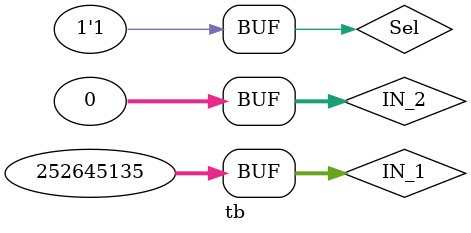
<source format=v>
module MUX(IN_1, IN_2, Sel, Out);
input[31:0] IN_1;
input[31:0] IN_2;
input Sel;
output[31:0] Out;

assign Out = (Sel == 1)?IN_2:IN_1;

endmodule

module tb();
reg[31:0] IN_1,IN_2;
reg Sel;
wire[31:0] Out;

initial
begin
$monitor("IN_1 = %b , IN_2 = %b, Sel = %b,  Out = %b",IN_1,IN_2,Sel,Out);
#5
IN_1<=32'b0000_1111_0000_1111_0000_1111_0000_1111;
IN_2<=32'b0000_0000_0000_0000_0000_0000_0000_0000;
Sel<=0;
#5
Sel<=1;




end

MUX M1(IN_1, IN_2, Sel, Out);
endmodule


</source>
